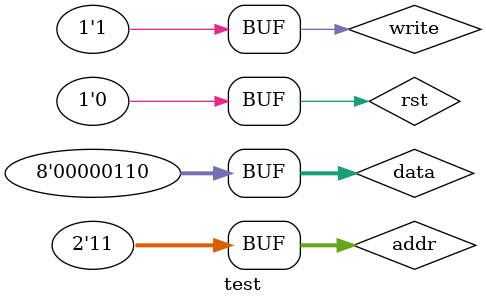
<source format=v>
module test;
    reg [1:0]addr;
    reg [7:0]data;
    reg write,rst;
    wire [7:0]out;

    registers R(addr,data,rst,write,out);
    initial begin
        $dumpfile("GTK.vcd");
        $dumpvars(1,test);
    end

    initial begin
        addr = 2'b11;
        data = 9'b00000110;
        rst = 1;
        write=0;
        #1 rst = ~rst;
        write=~write;
        #1 write=~write;
        #1 write=~write;
        #1 write=~write;
        #1 write=~write;
    end

    
endmodule
</source>
